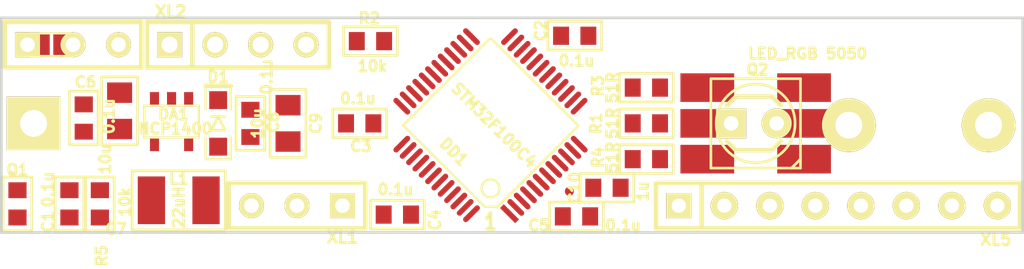
<source format=kicad_pcb>
(kicad_pcb (version 3) (host pcbnew "(2013-03-04 BZR 3984)-stable")

  (general
    (links 73)
    (no_connects 72)
    (area 94.349324 93.97146 152.550676 109.563273)
    (thickness 1.6)
    (drawings 8)
    (tracks 0)
    (zones 0)
    (modules 31)
    (nets 26)
  )

  (page A3)
  (layers
    (15 F.Cu signal)
    (0 B.Cu signal)
    (16 B.Adhes user)
    (17 F.Adhes user)
    (18 B.Paste user)
    (19 F.Paste user)
    (20 B.SilkS user)
    (21 F.SilkS user)
    (22 B.Mask user)
    (23 F.Mask user)
    (24 Dwgs.User user)
    (25 Cmts.User user)
    (26 Eco1.User user)
    (27 Eco2.User user)
    (28 Edge.Cuts user)
  )

  (setup
    (last_trace_width 0.2)
    (trace_clearance 0.2)
    (zone_clearance 0.508)
    (zone_45_only no)
    (trace_min 0.2)
    (segment_width 0.2)
    (edge_width 0.15)
    (via_size 0.9)
    (via_drill 0.4)
    (via_min_size 0.889)
    (via_min_drill 0.4)
    (uvia_size 0.508)
    (uvia_drill 0.127)
    (uvias_allowed no)
    (uvia_min_size 0.508)
    (uvia_min_drill 0.127)
    (pcb_text_width 0.3)
    (pcb_text_size 1 1)
    (mod_edge_width 0.15)
    (mod_text_size 1 1)
    (mod_text_width 0.15)
    (pad_size 1 1)
    (pad_drill 0.6)
    (pad_to_mask_clearance 0)
    (aux_axis_origin 0 0)
    (visible_elements 7FFFFFFF)
    (pcbplotparams
      (layerselection 3178497)
      (usegerberextensions true)
      (excludeedgelayer true)
      (linewidth 152400)
      (plotframeref false)
      (viasonmask false)
      (mode 1)
      (useauxorigin false)
      (hpglpennumber 1)
      (hpglpenspeed 20)
      (hpglpendiameter 15)
      (hpglpenoverlay 2)
      (psnegative false)
      (psa4output false)
      (plotreference true)
      (plotvalue true)
      (plotothertext true)
      (plotinvisibletext false)
      (padsonsilk false)
      (subtractmaskfromsilk false)
      (outputformat 1)
      (mirror false)
      (drillshape 1)
      (scaleselection 1)
      (outputdirectory ""))
  )

  (net 0 "")
  (net 1 +3.3V)
  (net 2 +BATT)
  (net 3 /2)
  (net 4 /3)
  (net 5 /4)
  (net 6 /5)
  (net 7 /6)
  (net 8 /7)
  (net 9 /8)
  (net 10 /BAT_IN)
  (net 11 /Lout)
  (net 12 /RX)
  (net 13 /SB_SWCLK)
  (net 14 /SB_SWDAT)
  (net 15 /TX)
  (net 16 GND)
  (net 17 N-0000020)
  (net 18 N-0000027)
  (net 19 N-0000028)
  (net 20 N-0000029)
  (net 21 N-0000030)
  (net 22 N-000004)
  (net 23 N-000006)
  (net 24 N-000007)
  (net 25 N-000008)

  (net_class Default "This is the default net class."
    (clearance 0.2)
    (trace_width 0.2)
    (via_dia 0.9)
    (via_drill 0.4)
    (uvia_dia 0.508)
    (uvia_drill 0.127)
    (add_net "")
    (add_net /2)
    (add_net /3)
    (add_net /4)
    (add_net /5)
    (add_net /6)
    (add_net /7)
    (add_net /8)
    (add_net /RX)
    (add_net /SB_SWCLK)
    (add_net /SB_SWDAT)
    (add_net /TX)
    (add_net N-0000020)
    (add_net N-0000027)
    (add_net N-0000028)
    (add_net N-0000029)
    (add_net N-0000030)
    (add_net N-000004)
    (add_net N-000006)
    (add_net N-000007)
    (add_net N-000008)
  )

  (net_class Wide ""
    (clearance 0.2)
    (trace_width 0.5)
    (via_dia 0.9)
    (via_drill 0.4)
    (uvia_dia 0.508)
    (uvia_drill 0.127)
    (add_net +3.3V)
    (add_net +BATT)
    (add_net /BAT_IN)
    (add_net /Lout)
    (add_net GND)
  )

  (module TESTPOINT_0_5MM (layer F.Cu) (tedit 518E1A90) (tstamp 518D0136)
    (at 126.7 104.7)
    (path /5102E827)
    (fp_text reference TP1 (at 0.1 0) (layer F.SilkS) hide
      (effects (font (size 0.635 0.635) (thickness 0.09906)))
    )
    (fp_text value TESTPOINT (at 0.2 0) (layer F.SilkS) hide
      (effects (font (size 0.635 0.635) (thickness 0.09906)))
    )
    (pad 1 smd circle (at 0 0) (size 0.50038 0.50038)
      (layers F.Cu F.Paste F.Mask)
      (net 23 N-000006)
    )
  )

  (module SOT23-5 (layer F.Cu) (tedit 518E1E98) (tstamp 518D0143)
    (at 104.5 100.8 180)
    (descr SOT23-5)
    (path /5102E878)
    (attr smd)
    (fp_text reference DA1 (at -0.1 0.4 180) (layer F.SilkS)
      (effects (font (size 0.6 0.6) (thickness 0.15)))
    )
    (fp_text value NCP1400 (at -0.2 -0.4 180) (layer F.SilkS)
      (effects (font (size 0.6 0.6) (thickness 0.15)))
    )
    (fp_line (start 1.524 -0.889) (end 1.524 0.889) (layer F.SilkS) (width 0.127))
    (fp_line (start 1.524 0.889) (end -1.524 0.889) (layer F.SilkS) (width 0.127))
    (fp_line (start -1.524 0.889) (end -1.524 -0.889) (layer F.SilkS) (width 0.127))
    (fp_line (start -1.524 -0.889) (end 1.524 -0.889) (layer F.SilkS) (width 0.127))
    (pad 1 smd rect (at -0.9525 1.27 180) (size 0.508 0.762)
      (layers F.Cu F.Paste F.Mask)
      (net 1 +3.3V)
    )
    (pad 3 smd rect (at 0.9525 1.27 180) (size 0.508 0.762)
      (layers F.Cu F.Paste F.Mask)
    )
    (pad 5 smd rect (at -0.9525 -1.27 180) (size 0.508 0.762)
      (layers F.Cu F.Paste F.Mask)
      (net 11 /Lout)
    )
    (pad 2 smd rect (at 0 1.27 180) (size 0.508 0.762)
      (layers F.Cu F.Paste F.Mask)
      (net 1 +3.3V)
    )
    (pad 4 smd rect (at 0.9525 -1.27 180) (size 0.508 0.762)
      (layers F.Cu F.Paste F.Mask)
      (net 16 GND)
    )
    (model 3d\sot23-5.wrl
      (at (xyz 0 0 0))
      (scale (xyz 1 1 1))
      (rotate (xyz 0 0 0))
    )
  )

  (module SMD0603_FUSE (layer F.Cu) (tedit 518E1D2A) (tstamp 518D014D)
    (at 97.8 96.5 180)
    (path /518BEE94)
    (attr smd)
    (fp_text reference F1 (at 0 0 180) (layer F.SilkS) hide
      (effects (font (size 0.6 0.6) (thickness 0.15)))
    )
    (fp_text value FUSE0R (at 0 1.1 180) (layer F.SilkS) hide
      (effects (font (size 0.7112 0.4572) (thickness 0.1143)))
    )
    (fp_line (start -1.143 -0.635) (end 1.143 -0.635) (layer F.SilkS) (width 0.127))
    (fp_line (start 1.143 -0.635) (end 1.143 0.635) (layer F.SilkS) (width 0.127))
    (fp_line (start 1.143 0.635) (end -1.143 0.635) (layer F.SilkS) (width 0.127))
    (fp_line (start -1.143 0.635) (end -1.143 -0.635) (layer F.SilkS) (width 0.127))
    (pad 1 smd rect (at -0.58928 0 180) (size 0.98044 1.143)
      (layers F.Cu F.Paste F.Mask)
      (net 10 /BAT_IN)
    )
    (pad 2 smd rect (at 0.58928 0 180) (size 0.98044 1.143)
      (layers F.Cu F.Paste F.Mask)
      (net 2 +BATT)
    )
    (model wings\smd\capacitors\C0603.wrl
      (at (xyz 0 0 0))
      (scale (xyz 1 1 1))
      (rotate (xyz 0 0 0))
    )
  )

  (module SIL1_SQUARE_1MM5 (layer F.Cu) (tedit 518E1CF3) (tstamp 518D0152)
    (at 96.8 100.9)
    (descr "Connecteurs 2 pins")
    (tags "CONN DEV")
    (path /4F2E5201)
    (fp_text reference XL3 (at 0 -1.778) (layer F.SilkS) hide
      (effects (font (size 0.14986 0.14986) (thickness 0.0381)))
    )
    (fp_text value CONN_1 (at -1.1 -0.1 90) (layer F.SilkS) hide
      (effects (font (size 0.635 0.635) (thickness 0.16002)))
    )
    (pad 1 thru_hole rect (at 0 0) (size 2.99974 2.99974) (drill 1.501139)
      (layers *.Cu *.Mask F.SilkS)
      (net 10 /BAT_IN)
    )
  )

  (module SIL1_ROUND_1MM5 (layer F.Cu) (tedit 4EBAEFCE) (tstamp 518D0157)
    (at 142.3 101)
    (descr "Connecteurs 2 pins")
    (tags "CONN DEV")
    (path /518BEF92)
    (fp_text reference XL6 (at 0 -1.778) (layer F.SilkS) hide
      (effects (font (size 0.14986 0.14986) (thickness 0.0381)))
    )
    (fp_text value CONN_1 (at 0 2.032) (layer F.SilkS) hide
      (effects (font (size 0.635 0.635) (thickness 0.16002)))
    )
    (pad 1 thru_hole circle (at 0 0) (size 2.99974 2.99974) (drill 1.501139)
      (layers *.Cu *.Mask F.SilkS)
      (net 16 GND)
    )
  )

  (module SIL1_ROUND_1MM5 (layer F.Cu) (tedit 4EBAEFCE) (tstamp 518D015C)
    (at 150.1 101)
    (descr "Connecteurs 2 pins")
    (tags "CONN DEV")
    (path /4F2E5204)
    (fp_text reference XL4 (at 0 -1.778) (layer F.SilkS) hide
      (effects (font (size 0.14986 0.14986) (thickness 0.0381)))
    )
    (fp_text value CONN_1 (at 0 2.032) (layer F.SilkS) hide
      (effects (font (size 0.635 0.635) (thickness 0.16002)))
    )
    (pad 1 thru_hole circle (at 0 0) (size 2.99974 2.99974) (drill 1.501139)
      (layers *.Cu *.Mask F.SilkS)
      (net 16 GND)
    )
  )

  (module SIL-8 (layer F.Cu) (tedit 4D38A33A) (tstamp 518D016D)
    (at 141.7 105.5 180)
    (descr "Connecteur 5 pins")
    (tags "CONN DEV")
    (path /518BC5F3)
    (fp_text reference XL5 (at -8.8011 -1.89992 180) (layer F.SilkS)
      (effects (font (size 0.635 0.635) (thickness 0.16002)))
    )
    (fp_text value CONN_8 (at 8.90016 -1.89992 180) (layer F.SilkS) hide
      (effects (font (size 0.635 0.635) (thickness 0.16002)))
    )
    (fp_line (start 7.62 -1.27) (end 7.62 1.27) (layer F.SilkS) (width 0.254))
    (fp_line (start 10.16 -1.27) (end -10.16 -1.27) (layer F.SilkS) (width 0.254))
    (fp_line (start -10.16 -1.27) (end -10.16 1.27) (layer F.SilkS) (width 0.254))
    (fp_line (start -10.16 1.27) (end 10.16 1.27) (layer F.SilkS) (width 0.254))
    (fp_line (start 10.16 1.27) (end 10.16 -1.27) (layer F.SilkS) (width 0.254))
    (pad 1 thru_hole rect (at 8.89 0) (size 1.397 1.397) (drill 0.8001)
      (layers *.Cu *.Mask F.SilkS)
      (net 16 GND)
    )
    (pad 2 thru_hole circle (at 6.35 0) (size 1.524 1.524) (drill 0.8001)
      (layers *.Cu *.Mask F.SilkS)
      (net 3 /2)
    )
    (pad 3 thru_hole circle (at 3.81 0) (size 1.524 1.524) (drill 0.8001)
      (layers *.Cu *.Mask F.SilkS)
      (net 4 /3)
    )
    (pad 4 thru_hole circle (at 1.27 0) (size 1.524 1.524) (drill 0.8001)
      (layers *.Cu *.Mask F.SilkS)
      (net 5 /4)
    )
    (pad 5 thru_hole circle (at -1.27 0) (size 1.524 1.524) (drill 0.8001)
      (layers *.Cu *.Mask F.SilkS)
      (net 6 /5)
    )
    (pad 6 thru_hole circle (at -3.81 0) (size 1.524 1.524) (drill 0.8001)
      (layers *.Cu *.Mask F.SilkS)
      (net 7 /6)
    )
    (pad 7 thru_hole circle (at -6.35 0) (size 1.524 1.524) (drill 0.8001)
      (layers *.Cu *.Mask F.SilkS)
      (net 8 /7)
    )
    (pad 8 thru_hole circle (at -8.89 0) (size 1.524 1.524) (drill 0.8001)
      (layers *.Cu *.Mask F.SilkS)
      (net 9 /8)
    )
  )

  (module SIL-4 (layer F.Cu) (tedit 4EBAF149) (tstamp 518D017A)
    (at 108.2 96.5)
    (descr "Single-line connector 4-pin")
    (path /5102DCE1)
    (fp_text reference XL2 (at -3.74904 -1.84912) (layer F.SilkS)
      (effects (font (size 0.635 0.635) (thickness 0.16002)))
    )
    (fp_text value ST_SWD (at 3.59918 -1.84912) (layer F.SilkS) hide
      (effects (font (size 0.635 0.635) (thickness 0.16002)))
    )
    (fp_line (start -2.54 -1.27) (end -2.54 1.27) (layer F.SilkS) (width 0.254))
    (fp_line (start -5.08 -1.27) (end 5.08 -1.27) (layer F.SilkS) (width 0.254))
    (fp_line (start 5.08 -1.27) (end 5.08 1.27) (layer F.SilkS) (width 0.254))
    (fp_line (start 5.08 1.27) (end -5.08 1.27) (layer F.SilkS) (width 0.254))
    (fp_line (start -5.08 1.27) (end -5.08 -1.27) (layer F.SilkS) (width 0.254))
    (pad 1 thru_hole rect (at -3.81 0) (size 1.39954 1.39954) (drill 0.899159)
      (layers *.Cu *.Mask F.SilkS)
      (net 1 +3.3V)
    )
    (pad 2 thru_hole circle (at -1.27 0) (size 1.39954 1.39954) (drill 0.899159)
      (layers *.Cu *.Mask F.SilkS)
      (net 13 /SB_SWCLK)
    )
    (pad 3 thru_hole circle (at 1.27 0) (size 1.39954 1.39954) (drill 0.899159)
      (layers *.Cu *.Mask F.SilkS)
      (net 16 GND)
    )
    (pad 4 thru_hole circle (at 3.81 0) (size 1.39954 1.39954) (drill 0.899159)
      (layers *.Cu *.Mask F.SilkS)
      (net 14 /SB_SWDAT)
    )
  )

  (module SIL-3 (layer F.Cu) (tedit 4D35A701) (tstamp 518D0185)
    (at 111.5 105.5 180)
    (descr "Connector 3-pin")
    (path /5102E2EE)
    (fp_text reference XL1 (at -2.54 -1.778 180) (layer F.SilkS)
      (effects (font (size 0.635 0.635) (thickness 0.16002)))
    )
    (fp_text value CONN_3 (at 2.286 -1.778 180) (layer F.SilkS) hide
      (effects (font (size 0.635 0.635) (thickness 0.16002)))
    )
    (fp_line (start -3.81 -1.27) (end 3.81 -1.27) (layer F.SilkS) (width 0.254))
    (fp_line (start 3.81 -1.27) (end 3.81 1.27) (layer F.SilkS) (width 0.254))
    (fp_line (start 3.81 1.27) (end -3.81 1.27) (layer F.SilkS) (width 0.254))
    (fp_line (start -3.81 1.27) (end -3.81 -1.27) (layer F.SilkS) (width 0.254))
    (pad 1 thru_hole rect (at -2.54 0 180) (size 1.397 1.397) (drill 0.812799)
      (layers *.Cu *.Mask F.SilkS)
      (net 12 /RX)
    )
    (pad 2 thru_hole circle (at 0 0 180) (size 1.397 1.397) (drill 0.812799)
      (layers *.Cu *.Mask F.SilkS)
      (net 15 /TX)
    )
    (pad 3 thru_hole circle (at 2.54 0 180) (size 1.397 1.397) (drill 0.812799)
      (layers *.Cu *.Mask F.SilkS)
      (net 16 GND)
    )
  )

  (module SIL-3 (layer F.Cu) (tedit 518E1BF3) (tstamp 518D0BE1)
    (at 99 96.5)
    (descr "Connector 3-pin")
    (path /518BED9C)
    (fp_text reference SW1 (at -2.54 -1.778) (layer F.SilkS) hide
      (effects (font (size 0.635 0.635) (thickness 0.15875)))
    )
    (fp_text value SWITCH (at 2.286 -1.778) (layer F.SilkS) hide
      (effects (font (size 0.635 0.635) (thickness 0.16002)))
    )
    (fp_line (start -3.81 -1.27) (end 3.81 -1.27) (layer F.SilkS) (width 0.254))
    (fp_line (start 3.81 -1.27) (end 3.81 1.27) (layer F.SilkS) (width 0.254))
    (fp_line (start 3.81 1.27) (end -3.81 1.27) (layer F.SilkS) (width 0.254))
    (fp_line (start -3.81 1.27) (end -3.81 -1.27) (layer F.SilkS) (width 0.254))
    (pad 1 thru_hole rect (at -2.54 0) (size 1.397 1.397) (drill 0.812799)
      (layers *.Cu *.Mask F.SilkS)
      (net 10 /BAT_IN)
    )
    (pad 2 thru_hole circle (at 0 0) (size 1.397 1.397) (drill 0.812799)
      (layers *.Cu *.Mask F.SilkS)
      (net 2 +BATT)
    )
    (pad 3 thru_hole circle (at 2.54 0) (size 1.397 1.397) (drill 0.812799)
      (layers *.Cu *.Mask F.SilkS)
    )
  )

  (module RES_0603 (layer F.Cu) (tedit 518E1B2B) (tstamp 518D019B)
    (at 131 100.9)
    (path /5102DF0F)
    (attr smd)
    (fp_text reference R1 (at -2.8 0 90) (layer F.SilkS)
      (effects (font (size 0.6 0.6) (thickness 0.15)))
    )
    (fp_text value 51R (at -1.9 0 90) (layer F.SilkS)
      (effects (font (size 0.6 0.6) (thickness 0.15)))
    )
    (fp_line (start -1.5 0) (end -1.5 -0.8) (layer F.SilkS) (width 0.15))
    (fp_line (start -1.5 -0.8) (end 1.5 -0.8) (layer F.SilkS) (width 0.15))
    (fp_line (start 1.5 -0.8) (end 1.5 0.8) (layer F.SilkS) (width 0.15))
    (fp_line (start 1.5 0.8) (end -1.5 0.8) (layer F.SilkS) (width 0.15))
    (fp_line (start -1.5 0.8) (end -1.5 0) (layer F.SilkS) (width 0.15))
    (pad 1 smd rect (at -0.762 0) (size 0.889 1.016)
      (layers F.Cu F.Paste F.Mask)
      (net 18 N-0000027)
    )
    (pad 2 smd rect (at 0.762 0) (size 0.889 1.016)
      (layers F.Cu F.Paste F.Mask)
      (net 20 N-0000029)
    )
    (model 3d\r_0603.wrl
      (at (xyz 0 0 0))
      (scale (xyz 1 1 1))
      (rotate (xyz 0 0 0))
    )
  )

  (module RES_0603 (layer F.Cu) (tedit 518CEC2B) (tstamp 518D01A6)
    (at 115.6 96.3)
    (path /518BC2F7)
    (attr smd)
    (fp_text reference R2 (at -0.0635 -1.27) (layer F.SilkS)
      (effects (font (size 0.6 0.6) (thickness 0.15)))
    )
    (fp_text value 10k (at 0.09906 1.39954) (layer F.SilkS)
      (effects (font (size 0.6 0.6) (thickness 0.15)))
    )
    (fp_line (start -1.5 0) (end -1.5 -0.8) (layer F.SilkS) (width 0.15))
    (fp_line (start -1.5 -0.8) (end 1.5 -0.8) (layer F.SilkS) (width 0.15))
    (fp_line (start 1.5 -0.8) (end 1.5 0.8) (layer F.SilkS) (width 0.15))
    (fp_line (start 1.5 0.8) (end -1.5 0.8) (layer F.SilkS) (width 0.15))
    (fp_line (start -1.5 0.8) (end -1.5 0) (layer F.SilkS) (width 0.15))
    (pad 1 smd rect (at -0.762 0) (size 0.889 1.016)
      (layers F.Cu F.Paste F.Mask)
      (net 2 +BATT)
    )
    (pad 2 smd rect (at 0.762 0) (size 0.889 1.016)
      (layers F.Cu F.Paste F.Mask)
      (net 22 N-000004)
    )
    (model 3d\r_0603.wrl
      (at (xyz 0 0 0))
      (scale (xyz 1 1 1))
      (rotate (xyz 0 0 0))
    )
  )

  (module RES_0603 (layer F.Cu) (tedit 518E1B2F) (tstamp 518D01B1)
    (at 131 98.9)
    (path /5102DF2B)
    (attr smd)
    (fp_text reference R3 (at -2.7 -0.1 90) (layer F.SilkS)
      (effects (font (size 0.6 0.6) (thickness 0.15)))
    )
    (fp_text value 51R (at -1.9 0 90) (layer F.SilkS)
      (effects (font (size 0.6 0.6) (thickness 0.15)))
    )
    (fp_line (start -1.5 0) (end -1.5 -0.8) (layer F.SilkS) (width 0.15))
    (fp_line (start -1.5 -0.8) (end 1.5 -0.8) (layer F.SilkS) (width 0.15))
    (fp_line (start 1.5 -0.8) (end 1.5 0.8) (layer F.SilkS) (width 0.15))
    (fp_line (start 1.5 0.8) (end -1.5 0.8) (layer F.SilkS) (width 0.15))
    (fp_line (start -1.5 0.8) (end -1.5 0) (layer F.SilkS) (width 0.15))
    (pad 1 smd rect (at -0.762 0) (size 0.889 1.016)
      (layers F.Cu F.Paste F.Mask)
      (net 17 N-0000020)
    )
    (pad 2 smd rect (at 0.762 0) (size 0.889 1.016)
      (layers F.Cu F.Paste F.Mask)
      (net 21 N-0000030)
    )
    (model 3d\r_0603.wrl
      (at (xyz 0 0 0))
      (scale (xyz 1 1 1))
      (rotate (xyz 0 0 0))
    )
  )

  (module RES_0603 (layer F.Cu) (tedit 518E1B31) (tstamp 518D01BC)
    (at 131 102.9)
    (path /5102DF36)
    (attr smd)
    (fp_text reference R4 (at -2.7 -0.1 90) (layer F.SilkS)
      (effects (font (size 0.6 0.6) (thickness 0.15)))
    )
    (fp_text value 51R (at -1.9 -0.1 90) (layer F.SilkS)
      (effects (font (size 0.6 0.6) (thickness 0.15)))
    )
    (fp_line (start -1.5 0) (end -1.5 -0.8) (layer F.SilkS) (width 0.15))
    (fp_line (start -1.5 -0.8) (end 1.5 -0.8) (layer F.SilkS) (width 0.15))
    (fp_line (start 1.5 -0.8) (end 1.5 0.8) (layer F.SilkS) (width 0.15))
    (fp_line (start 1.5 0.8) (end -1.5 0.8) (layer F.SilkS) (width 0.15))
    (fp_line (start -1.5 0.8) (end -1.5 0) (layer F.SilkS) (width 0.15))
    (pad 1 smd rect (at -0.762 0) (size 0.889 1.016)
      (layers F.Cu F.Paste F.Mask)
      (net 19 N-0000028)
    )
    (pad 2 smd rect (at 0.762 0) (size 0.889 1.016)
      (layers F.Cu F.Paste F.Mask)
      (net 25 N-000008)
    )
    (model 3d\r_0603.wrl
      (at (xyz 0 0 0))
      (scale (xyz 1 1 1))
      (rotate (xyz 0 0 0))
    )
  )

  (module RES_0603 (layer F.Cu) (tedit 518E1D6E) (tstamp 518D01C7)
    (at 95.9 105.4 270)
    (path /5102E147)
    (attr smd)
    (fp_text reference Q1 (at -1.9 0 360) (layer F.SilkS)
      (effects (font (size 0.6 0.6) (thickness 0.15)))
    )
    (fp_text value ALS-PT19-315C (at 0.09906 1.39954 270) (layer F.SilkS) hide
      (effects (font (size 0.6 0.6) (thickness 0.15)))
    )
    (fp_line (start -1.5 0) (end -1.5 -0.8) (layer F.SilkS) (width 0.15))
    (fp_line (start -1.5 -0.8) (end 1.5 -0.8) (layer F.SilkS) (width 0.15))
    (fp_line (start 1.5 -0.8) (end 1.5 0.8) (layer F.SilkS) (width 0.15))
    (fp_line (start 1.5 0.8) (end -1.5 0.8) (layer F.SilkS) (width 0.15))
    (fp_line (start -1.5 0.8) (end -1.5 0) (layer F.SilkS) (width 0.15))
    (pad 1 smd rect (at -0.762 0 270) (size 0.889 1.016)
      (layers F.Cu F.Paste F.Mask)
      (net 1 +3.3V)
    )
    (pad 2 smd rect (at 0.762 0 270) (size 0.889 1.016)
      (layers F.Cu F.Paste F.Mask)
      (net 24 N-000007)
    )
    (model 3d\r_0603.wrl
      (at (xyz 0 0 0))
      (scale (xyz 1 1 1))
      (rotate (xyz 0 0 0))
    )
  )

  (module RES_0603 (layer F.Cu) (tedit 518E1D5A) (tstamp 518D01D2)
    (at 100.5 105.4 90)
    (path /5102E173)
    (attr smd)
    (fp_text reference R5 (at -2.9 0.1 90) (layer F.SilkS)
      (effects (font (size 0.6 0.6) (thickness 0.15)))
    )
    (fp_text value 10k (at 0.09906 1.39954 90) (layer F.SilkS)
      (effects (font (size 0.6 0.6) (thickness 0.15)))
    )
    (fp_line (start -1.5 0) (end -1.5 -0.8) (layer F.SilkS) (width 0.15))
    (fp_line (start -1.5 -0.8) (end 1.5 -0.8) (layer F.SilkS) (width 0.15))
    (fp_line (start 1.5 -0.8) (end 1.5 0.8) (layer F.SilkS) (width 0.15))
    (fp_line (start 1.5 0.8) (end -1.5 0.8) (layer F.SilkS) (width 0.15))
    (fp_line (start -1.5 0.8) (end -1.5 0) (layer F.SilkS) (width 0.15))
    (pad 1 smd rect (at -0.762 0 90) (size 0.889 1.016)
      (layers F.Cu F.Paste F.Mask)
      (net 24 N-000007)
    )
    (pad 2 smd rect (at 0.762 0 90) (size 0.889 1.016)
      (layers F.Cu F.Paste F.Mask)
      (net 16 GND)
    )
    (model 3d\r_0603.wrl
      (at (xyz 0 0 0))
      (scale (xyz 1 1 1))
      (rotate (xyz 0 0 0))
    )
  )

  (module LQFP48 (layer F.Cu) (tedit 518E1CAC) (tstamp 518D020C)
    (at 122.3 101 135)
    (path /518BB5F0)
    (fp_text reference DD1 (at 0.39878 -2.49936 135) (layer F.SilkS)
      (effects (font (size 0.59944 0.59944) (thickness 0.14986)))
    )
    (fp_text value STM32F100C4 (at -0.141421 0.141421 135) (layer F.SilkS)
      (effects (font (size 0.59944 0.59944) (thickness 0.14986)))
    )
    (fp_line (start 3.39852 3.44932) (end -3.50012 3.44932) (layer F.SilkS) (width 0.127))
    (fp_line (start -3.50012 3.44932) (end -3.50012 -2.99974) (layer F.SilkS) (width 0.127))
    (fp_line (start -3.44932 -2.99974) (end -2.99974 -3.44932) (layer F.SilkS) (width 0.127))
    (fp_line (start -2.99974 -3.44932) (end 3.44932 -3.44932) (layer F.SilkS) (width 0.127))
    (fp_line (start 3.44932 -3.44932) (end 3.44932 3.40106) (layer F.SilkS) (width 0.127))
    (fp_circle (center -2.49936 -2.49936) (end -1.99898 -2.49936) (layer F.SilkS) (width 0.127))
    (pad 1 smd rect (at -4.24942 -2.75082 135) (size 1.19888 0.29972)
      (layers F.Cu F.Paste F.Mask)
      (net 1 +3.3V)
    )
    (pad 2 smd oval (at -4.24942 -2.25298 135) (size 1.19888 0.29972)
      (layers F.Cu F.Paste F.Mask)
    )
    (pad 3 smd oval (at -4.24942 -1.7526 135) (size 1.19888 0.29972)
      (layers F.Cu F.Paste F.Mask)
    )
    (pad 4 smd oval (at -4.24942 -1.25222 135) (size 1.19888 0.29972)
      (layers F.Cu F.Paste F.Mask)
    )
    (pad 5 smd oval (at -4.24942 -0.75184 135) (size 1.19888 0.29972)
      (layers F.Cu F.Paste F.Mask)
    )
    (pad 6 smd oval (at -4.24942 -0.25146 135) (size 1.19888 0.29972)
      (layers F.Cu F.Paste F.Mask)
    )
    (pad 7 smd oval (at -4.24942 0.24892 135) (size 1.19888 0.29972)
      (layers F.Cu F.Paste F.Mask)
      (net 23 N-000006)
    )
    (pad 8 smd oval (at -4.24942 0.7493 135) (size 1.19888 0.29972)
      (layers F.Cu F.Paste F.Mask)
      (net 16 GND)
    )
    (pad 9 smd oval (at -4.24942 1.24714 135) (size 1.19888 0.29972)
      (layers F.Cu F.Paste F.Mask)
      (net 1 +3.3V)
    )
    (pad 10 smd oval (at -4.24942 1.74752 135) (size 1.19888 0.29972)
      (layers F.Cu F.Paste F.Mask)
    )
    (pad 11 smd oval (at -4.24942 2.2479 135) (size 1.19888 0.29972)
      (layers F.Cu F.Paste F.Mask)
      (net 19 N-0000028)
    )
    (pad 12 smd oval (at -4.25196 2.74828 135) (size 1.19888 0.29972)
      (layers F.Cu F.Paste F.Mask)
      (net 18 N-0000027)
    )
    (pad 13 smd oval (at -2.74574 4.24942 225) (size 1.19888 0.29972)
      (layers F.Cu F.Paste F.Mask)
      (net 17 N-0000020)
    )
    (pad 14 smd oval (at -2.2479 4.24942 225) (size 1.19888 0.29972)
      (layers F.Cu F.Paste F.Mask)
      (net 6 /5)
    )
    (pad 15 smd oval (at -1.74752 4.24942 225) (size 1.19888 0.29972)
      (layers F.Cu F.Paste F.Mask)
      (net 7 /6)
    )
    (pad 16 smd oval (at -1.24714 4.24942 225) (size 1.19888 0.29972)
      (layers F.Cu F.Paste F.Mask)
      (net 8 /7)
    )
    (pad 17 smd oval (at -0.74676 4.24942 225) (size 1.19888 0.29972)
      (layers F.Cu F.Paste F.Mask)
      (net 9 /8)
    )
    (pad 18 smd oval (at -0.24638 4.24942 225) (size 1.19888 0.29972)
      (layers F.Cu F.Paste F.Mask)
      (net 22 N-000004)
    )
    (pad 19 smd oval (at 0.254 4.24942 225) (size 1.19888 0.29972)
      (layers F.Cu F.Paste F.Mask)
      (net 24 N-000007)
    )
    (pad 20 smd oval (at 0.75184 4.24942 225) (size 1.19888 0.29972)
      (layers F.Cu F.Paste F.Mask)
    )
    (pad 21 smd oval (at 1.25222 4.24942 225) (size 1.19888 0.29972)
      (layers F.Cu F.Paste F.Mask)
    )
    (pad 22 smd oval (at 1.7526 4.24942 225) (size 1.19888 0.29972)
      (layers F.Cu F.Paste F.Mask)
    )
    (pad 23 smd oval (at 2.25044 4.24942 225) (size 1.19888 0.29972)
      (layers F.Cu F.Paste F.Mask)
      (net 16 GND)
    )
    (pad 24 smd oval (at 2.75082 4.24942 225) (size 1.19888 0.29972)
      (layers F.Cu F.Paste F.Mask)
      (net 1 +3.3V)
    )
    (pad 25 smd oval (at 4.25196 2.75082 135) (size 1.19888 0.29972)
      (layers F.Cu F.Paste F.Mask)
    )
    (pad 26 smd oval (at 4.25196 2.25044 135) (size 1.19888 0.29972)
      (layers F.Cu F.Paste F.Mask)
    )
    (pad 27 smd oval (at 4.25196 1.75006 135) (size 1.19888 0.29972)
      (layers F.Cu F.Paste F.Mask)
    )
    (pad 28 smd oval (at 4.25196 1.24968 135) (size 1.19888 0.29972)
      (layers F.Cu F.Paste F.Mask)
    )
    (pad 29 smd oval (at 4.25196 0.7493 135) (size 1.19888 0.29972)
      (layers F.Cu F.Paste F.Mask)
    )
    (pad 30 smd oval (at 4.25196 0.24892 135) (size 1.19888 0.29972)
      (layers F.Cu F.Paste F.Mask)
      (net 15 /TX)
    )
    (pad 31 smd oval (at 4.25196 -0.25146 135) (size 1.19888 0.29972)
      (layers F.Cu F.Paste F.Mask)
      (net 12 /RX)
    )
    (pad 32 smd oval (at 4.25196 -0.7493 135) (size 1.19888 0.29972)
      (layers F.Cu F.Paste F.Mask)
    )
    (pad 33 smd oval (at 4.25196 -1.24968 135) (size 1.19888 0.29972)
      (layers F.Cu F.Paste F.Mask)
    )
    (pad 34 smd oval (at 4.25196 -1.75006 135) (size 1.19888 0.29972)
      (layers F.Cu F.Paste F.Mask)
      (net 14 /SB_SWDAT)
    )
    (pad 35 smd oval (at 4.25196 -2.25044 135) (size 1.19888 0.29972)
      (layers F.Cu F.Paste F.Mask)
      (net 16 GND)
    )
    (pad 36 smd oval (at 4.25196 -2.75082 135) (size 1.19888 0.29972)
      (layers F.Cu F.Paste F.Mask)
      (net 1 +3.3V)
    )
    (pad 37 smd oval (at 2.75082 -4.24942 225) (size 1.19888 0.29972)
      (layers F.Cu F.Paste F.Mask)
      (net 13 /SB_SWCLK)
    )
    (pad 38 smd oval (at 2.25044 -4.24942 225) (size 1.19888 0.29972)
      (layers F.Cu F.Paste F.Mask)
    )
    (pad 39 smd oval (at 1.75006 -4.24942 225) (size 1.19888 0.29972)
      (layers F.Cu F.Paste F.Mask)
      (net 5 /4)
    )
    (pad 40 smd oval (at 1.24968 -4.24942 225) (size 1.19888 0.29972)
      (layers F.Cu F.Paste F.Mask)
    )
    (pad 41 smd oval (at 0.7493 -4.24942 225) (size 1.19888 0.29972)
      (layers F.Cu F.Paste F.Mask)
    )
    (pad 42 smd oval (at 0.24892 -4.24942 225) (size 1.19888 0.29972)
      (layers F.Cu F.Paste F.Mask)
      (net 4 /3)
    )
    (pad 43 smd oval (at -0.24892 -4.24942 225) (size 1.19888 0.29972)
      (layers F.Cu F.Paste F.Mask)
      (net 3 /2)
    )
    (pad 44 smd oval (at -0.7493 -4.24942 225) (size 1.19888 0.29972)
      (layers F.Cu F.Paste F.Mask)
      (net 16 GND)
    )
    (pad 45 smd oval (at -1.24968 -4.24942 225) (size 1.19888 0.29972)
      (layers F.Cu F.Paste F.Mask)
    )
    (pad 46 smd oval (at -1.75006 -4.24942 225) (size 1.19888 0.29972)
      (layers F.Cu F.Paste F.Mask)
    )
    (pad 47 smd oval (at -2.25044 -4.24942 225) (size 1.19888 0.29972)
      (layers F.Cu F.Paste F.Mask)
      (net 16 GND)
    )
    (pad 48 smd oval (at -2.75082 -4.24942 225) (size 1.19888 0.29972)
      (layers F.Cu F.Paste F.Mask)
      (net 1 +3.3V)
    )
    (model 3d\lqfp-48.wrl
      (at (xyz 0 0 0))
      (scale (xyz 1 1 1))
      (rotate (xyz 0 0 90))
    )
  )

  (module LED_HH5050_RGB (layer F.Cu) (tedit 518E1B3F) (tstamp 518D021C)
    (at 137.1 100.9)
    (path /5102DF8B)
    (fp_text reference Q2 (at 0.1 -3) (layer F.SilkS)
      (effects (font (size 0.59944 0.59944) (thickness 0.14986)))
    )
    (fp_text value "LED_RGB 5050" (at 2.9 -3.9) (layer F.SilkS)
      (effects (font (size 0.59944 0.59944) (thickness 0.14986)))
    )
    (fp_line (start 2.49936 1.99898) (end 1.99898 2.49936) (layer F.SilkS) (width 0.14986))
    (fp_circle (center 0 0) (end 0 2.19964) (layer F.SilkS) (width 0.14986))
    (fp_line (start 2.49936 -2.49936) (end 2.49936 2.49936) (layer F.SilkS) (width 0.14986))
    (fp_line (start 2.49936 2.49936) (end -2.49936 2.49936) (layer F.SilkS) (width 0.14986))
    (fp_line (start -2.49936 2.49936) (end -2.49936 -2.49936) (layer F.SilkS) (width 0.14986))
    (fp_line (start -2.49936 -2.49936) (end 2.49936 -2.49936) (layer F.SilkS) (width 0.14986))
    (pad GC smd rect (at 2.70002 -1.99898) (size 2.99974 1.6002)
      (layers F.Cu F.Paste F.Mask)
      (net 16 GND)
    )
    (pad RC smd rect (at 2.70002 0) (size 2.99974 1.6002)
      (layers F.Cu F.Paste F.Mask)
      (net 16 GND)
    )
    (pad BC smd rect (at 2.70002 1.99898) (size 2.99974 1.6002)
      (layers F.Cu F.Paste F.Mask)
      (net 16 GND)
    )
    (pad GA smd rect (at -2.70002 -1.99898) (size 2.99974 1.6002)
      (layers F.Cu F.Paste F.Mask)
      (net 21 N-0000030)
    )
    (pad RA smd rect (at -2.70002 0) (size 2.99974 1.6002)
      (layers F.Cu F.Paste F.Mask)
      (net 20 N-0000029)
    )
    (pad BA smd rect (at -2.70002 1.99898) (size 2.99974 1.6002)
      (layers F.Cu F.Paste F.Mask)
      (net 25 N-000008)
    )
  )

  (module LED-3MM (layer F.Cu) (tedit 4D39897F) (tstamp 518D0228)
    (at 137 100.9)
    (descr "LED 3mm - Lead pitch 100mil (2,54mm)")
    (tags "LED led 3mm 3MM 100mil 2,54mm")
    (path /518BEB75)
    (attr virtual)
    (fp_text reference D2 (at 0 -1.99898) (layer F.SilkS) hide
      (effects (font (size 0.127 0.127) (thickness 0.00254)))
    )
    (fp_text value LED (at 0 1.99898) (layer F.SilkS) hide
      (effects (font (size 0.127 0.127) (thickness 0.00254)))
    )
    (fp_line (start -1.00076 1.50114) (end 1.00076 1.50114) (layer F.SilkS) (width 0.254))
    (fp_line (start 1.00076 1.50114) (end 1.50114 1.00076) (layer F.SilkS) (width 0.254))
    (fp_line (start -1.50114 1.00076) (end -1.00076 1.50114) (layer F.SilkS) (width 0.254))
    (fp_line (start 1.50114 -1.00076) (end 1.00076 -1.50114) (layer F.SilkS) (width 0.254))
    (fp_line (start 1.00076 -1.50114) (end -1.00076 -1.50114) (layer F.SilkS) (width 0.254))
    (fp_line (start -1.00076 -1.50114) (end -1.50114 -1.00076) (layer F.SilkS) (width 0.254))
    (pad A thru_hole rect (at -1.27 0) (size 1.6764 1.6764) (drill 0.812799)
      (layers *.Cu *.Mask F.SilkS)
      (net 20 N-0000029)
    )
    (pad C thru_hole circle (at 1.27 0) (size 1.6764 1.6764) (drill 0.812799)
      (layers *.Cu *.Mask F.SilkS)
      (net 16 GND)
    )
    (model 3d\Indicatros&Leds\led_3mm_clear.wrl
      (at (xyz 0 0 0))
      (scale (xyz 1 1 1))
      (rotate (xyz 0 0 0))
    )
  )

  (module IND_1210 (layer F.Cu) (tedit 518E1FA5) (tstamp 518D0233)
    (at 104.9 105.2 180)
    (path /5102E873)
    (attr smd)
    (fp_text reference L1 (at 0 1.2 180) (layer F.SilkS)
      (effects (font (size 0.6 0.6) (thickness 0.15)))
    )
    (fp_text value 22uH (at 0 -0.4 270) (layer F.SilkS)
      (effects (font (size 0.6 0.6) (thickness 0.15)))
    )
    (fp_line (start -2.6 0) (end -2.6 -1.65) (layer F.SilkS) (width 0.15))
    (fp_line (start -2.6 -1.65) (end 2.6 -1.65) (layer F.SilkS) (width 0.15))
    (fp_line (start 2.6 -1.65) (end 2.6 1.65) (layer F.SilkS) (width 0.15))
    (fp_line (start 2.6 1.65) (end -2.6 1.65) (layer F.SilkS) (width 0.15))
    (fp_line (start -2.6 1.65) (end -2.6 -0.2) (layer F.SilkS) (width 0.15))
    (pad 1 smd rect (at -1.524 0 180) (size 1.524 2.667)
      (layers F.Cu F.Paste F.Mask)
      (net 11 /Lout)
    )
    (pad 2 smd rect (at 1.524 0 180) (size 1.524 2.667)
      (layers F.Cu F.Paste F.Mask)
      (net 2 +BATT)
    )
    (model 3d\r_0805.wrl
      (at (xyz 0 0 0))
      (scale (xyz 1 1 1))
      (rotate (xyz 0 0 0))
    )
  )

  (module DIODE_SOD323 (layer F.Cu) (tedit 518E1F9B) (tstamp 518D0246)
    (at 107.1 100.9 270)
    (path /5102E871)
    (attr smd)
    (fp_text reference D1 (at -2.6 0 360) (layer F.SilkS)
      (effects (font (size 0.59944 0.59944) (thickness 0.14986)))
    )
    (fp_text value BAT54WS (at -0.1 -0.1 270) (layer F.SilkS) hide
      (effects (font (size 0.59944 0.59944) (thickness 0.14986)))
    )
    (fp_line (start -0.381 0.381) (end -0.381 -0.381) (layer F.SilkS) (width 0.14986))
    (fp_line (start 0.381 0) (end 0.381 -0.381) (layer F.SilkS) (width 0.14986))
    (fp_line (start 0.381 -0.381) (end -0.381 0) (layer F.SilkS) (width 0.14986))
    (fp_line (start -0.381 0) (end 0.381 0.381) (layer F.SilkS) (width 0.14986))
    (fp_line (start 0.381 0.381) (end 0.381 0) (layer F.SilkS) (width 0.14986))
    (fp_line (start -1.99898 -0.70104) (end -2.10058 -0.70104) (layer F.SilkS) (width 0.127))
    (fp_line (start -2.10058 -0.70104) (end -2.10058 0.70104) (layer F.SilkS) (width 0.254))
    (fp_line (start -2.10058 0.70104) (end -1.99898 0.70104) (layer F.SilkS) (width 0.127))
    (fp_line (start -0.8001 -0.70104) (end -1.99898 -0.70104) (layer F.SilkS) (width 0.127))
    (fp_line (start -1.99898 0.70104) (end -0.8001 0.70104) (layer F.SilkS) (width 0.127))
    (fp_line (start 0.8001 -0.70104) (end 1.99898 -0.70104) (layer F.SilkS) (width 0.127))
    (fp_line (start 1.99898 -0.70104) (end 1.99898 0.70104) (layer F.SilkS) (width 0.127))
    (fp_line (start 1.99898 0.70104) (end 0.8001 0.70104) (layer F.SilkS) (width 0.127))
    (pad C smd rect (at -1.30048 0 270) (size 1.00076 1.00076)
      (layers F.Cu F.Paste F.Mask)
      (net 1 +3.3V)
    )
    (pad A smd rect (at 1.30048 0 270) (size 1.00076 1.00076)
      (layers F.Cu F.Paste F.Mask)
      (net 11 /Lout)
    )
    (model smd/chip_cms.wrl
      (at (xyz 0 0 0))
      (scale (xyz 0.17 0.16 0.16))
      (rotate (xyz 0 0 0))
    )
  )

  (module CAP_0805 (layer F.Cu) (tedit 518E1D99) (tstamp 518D0250)
    (at 101.6 100.2 90)
    (path /5102E876)
    (attr smd)
    (fp_text reference C7 (at -6.6 -0.2 180) (layer F.SilkS)
      (effects (font (size 0.6 0.6) (thickness 0.15)))
    )
    (fp_text value 10u (at -2.7 -0.8 90) (layer F.SilkS)
      (effects (font (size 0.6 0.6) (thickness 0.15)))
    )
    (fp_line (start -1.9 -1) (end 1.9 -1) (layer F.SilkS) (width 0.15))
    (fp_line (start 1.9 -1) (end 1.9 1) (layer F.SilkS) (width 0.15))
    (fp_line (start 1.9 1) (end -1.9 1) (layer F.SilkS) (width 0.15))
    (fp_line (start -1.9 1) (end -1.9 -1) (layer F.SilkS) (width 0.15))
    (pad 1 smd rect (at -1.016 0 90) (size 1.143 1.397)
      (layers F.Cu F.Paste F.Mask)
      (net 2 +BATT)
    )
    (pad 2 smd rect (at 1.016 0 90) (size 1.143 1.397)
      (layers F.Cu F.Paste F.Mask)
      (net 16 GND)
    )
    (model 3d\c_0805.wrl
      (at (xyz 0 0 0))
      (scale (xyz 1 1 1))
      (rotate (xyz 0 0 0))
    )
  )

  (module CAP_0805 (layer F.Cu) (tedit 518CED6F) (tstamp 518D025A)
    (at 111 100.9 270)
    (path /5102E86E)
    (attr smd)
    (fp_text reference C9 (at 0 -1.55 270) (layer F.SilkS)
      (effects (font (size 0.6 0.6) (thickness 0.15)))
    )
    (fp_text value 10u (at 0 1.69926 270) (layer F.SilkS)
      (effects (font (size 0.6 0.6) (thickness 0.15)))
    )
    (fp_line (start -1.9 -1) (end 1.9 -1) (layer F.SilkS) (width 0.15))
    (fp_line (start 1.9 -1) (end 1.9 1) (layer F.SilkS) (width 0.15))
    (fp_line (start 1.9 1) (end -1.9 1) (layer F.SilkS) (width 0.15))
    (fp_line (start -1.9 1) (end -1.9 -1) (layer F.SilkS) (width 0.15))
    (pad 1 smd rect (at -1.016 0 270) (size 1.143 1.397)
      (layers F.Cu F.Paste F.Mask)
      (net 1 +3.3V)
    )
    (pad 2 smd rect (at 1.016 0 270) (size 1.143 1.397)
      (layers F.Cu F.Paste F.Mask)
      (net 16 GND)
    )
    (model 3d\c_0805.wrl
      (at (xyz 0 0 0))
      (scale (xyz 1 1 1))
      (rotate (xyz 0 0 0))
    )
  )

  (module CAP_0603 (layer F.Cu) (tedit 518E1D36) (tstamp 518D0265)
    (at 99.6 100.6 90)
    (path /5102E877)
    (attr smd)
    (fp_text reference C6 (at 2 0.1 180) (layer F.SilkS)
      (effects (font (size 0.6 0.6) (thickness 0.15)))
    )
    (fp_text value 0.1u (at 0.09906 1.39954 90) (layer F.SilkS)
      (effects (font (size 0.6 0.6) (thickness 0.15)))
    )
    (fp_line (start -1.5 0) (end -1.5 -0.8) (layer F.SilkS) (width 0.15))
    (fp_line (start -1.5 -0.8) (end 1.5 -0.8) (layer F.SilkS) (width 0.15))
    (fp_line (start 1.5 -0.8) (end 1.5 0.8) (layer F.SilkS) (width 0.15))
    (fp_line (start 1.5 0.8) (end -1.5 0.8) (layer F.SilkS) (width 0.15))
    (fp_line (start -1.5 0.8) (end -1.5 0) (layer F.SilkS) (width 0.15))
    (pad 1 smd rect (at -0.762 0 90) (size 0.889 1.016)
      (layers F.Cu F.Paste F.Mask)
      (net 2 +BATT)
    )
    (pad 2 smd rect (at 0.762 0 90) (size 0.889 1.016)
      (layers F.Cu F.Paste F.Mask)
      (net 16 GND)
    )
    (model 3d\c_0603.wrl
      (at (xyz 0 0 0))
      (scale (xyz 1 1 1))
      (rotate (xyz 0 0 0))
    )
  )

  (module CAP_0603 (layer F.Cu) (tedit 518E1E74) (tstamp 518D0270)
    (at 108.9 100.9 270)
    (path /5102E86D)
    (attr smd)
    (fp_text reference C8 (at -0.0635 -1.27 270) (layer F.SilkS)
      (effects (font (size 0.6 0.6) (thickness 0.15)))
    )
    (fp_text value 0.1u (at -2.6 -0.9 270) (layer F.SilkS)
      (effects (font (size 0.6 0.6) (thickness 0.15)))
    )
    (fp_line (start -1.5 0) (end -1.5 -0.8) (layer F.SilkS) (width 0.15))
    (fp_line (start -1.5 -0.8) (end 1.5 -0.8) (layer F.SilkS) (width 0.15))
    (fp_line (start 1.5 -0.8) (end 1.5 0.8) (layer F.SilkS) (width 0.15))
    (fp_line (start 1.5 0.8) (end -1.5 0.8) (layer F.SilkS) (width 0.15))
    (fp_line (start -1.5 0.8) (end -1.5 0) (layer F.SilkS) (width 0.15))
    (pad 1 smd rect (at -0.762 0 270) (size 0.889 1.016)
      (layers F.Cu F.Paste F.Mask)
      (net 1 +3.3V)
    )
    (pad 2 smd rect (at 0.762 0 270) (size 0.889 1.016)
      (layers F.Cu F.Paste F.Mask)
      (net 16 GND)
    )
    (model 3d\c_0603.wrl
      (at (xyz 0 0 0))
      (scale (xyz 1 1 1))
      (rotate (xyz 0 0 0))
    )
  )

  (module CAP_0603 (layer F.Cu) (tedit 518E1B8E) (tstamp 518D027B)
    (at 127 96)
    (path /518BB9A8)
    (attr smd)
    (fp_text reference C2 (at -1.9 -0.3 90) (layer F.SilkS)
      (effects (font (size 0.6 0.6) (thickness 0.15)))
    )
    (fp_text value 0.1u (at 0.09906 1.39954) (layer F.SilkS)
      (effects (font (size 0.6 0.6) (thickness 0.15)))
    )
    (fp_line (start -1.5 0) (end -1.5 -0.8) (layer F.SilkS) (width 0.15))
    (fp_line (start -1.5 -0.8) (end 1.5 -0.8) (layer F.SilkS) (width 0.15))
    (fp_line (start 1.5 -0.8) (end 1.5 0.8) (layer F.SilkS) (width 0.15))
    (fp_line (start 1.5 0.8) (end -1.5 0.8) (layer F.SilkS) (width 0.15))
    (fp_line (start -1.5 0.8) (end -1.5 0) (layer F.SilkS) (width 0.15))
    (pad 1 smd rect (at -0.762 0) (size 0.889 1.016)
      (layers F.Cu F.Paste F.Mask)
      (net 1 +3.3V)
    )
    (pad 2 smd rect (at 0.762 0) (size 0.889 1.016)
      (layers F.Cu F.Paste F.Mask)
      (net 16 GND)
    )
    (model 3d\c_0603.wrl
      (at (xyz 0 0 0))
      (scale (xyz 1 1 1))
      (rotate (xyz 0 0 0))
    )
  )

  (module CAP_0603 (layer F.Cu) (tedit 518CEBE1) (tstamp 518D0286)
    (at 115 100.9 180)
    (path /518BB999)
    (attr smd)
    (fp_text reference C3 (at -0.0635 -1.27 180) (layer F.SilkS)
      (effects (font (size 0.6 0.6) (thickness 0.15)))
    )
    (fp_text value 0.1u (at 0.09906 1.39954 180) (layer F.SilkS)
      (effects (font (size 0.6 0.6) (thickness 0.15)))
    )
    (fp_line (start -1.5 0) (end -1.5 -0.8) (layer F.SilkS) (width 0.15))
    (fp_line (start -1.5 -0.8) (end 1.5 -0.8) (layer F.SilkS) (width 0.15))
    (fp_line (start 1.5 -0.8) (end 1.5 0.8) (layer F.SilkS) (width 0.15))
    (fp_line (start 1.5 0.8) (end -1.5 0.8) (layer F.SilkS) (width 0.15))
    (fp_line (start -1.5 0.8) (end -1.5 0) (layer F.SilkS) (width 0.15))
    (pad 1 smd rect (at -0.762 0 180) (size 0.889 1.016)
      (layers F.Cu F.Paste F.Mask)
      (net 1 +3.3V)
    )
    (pad 2 smd rect (at 0.762 0 180) (size 0.889 1.016)
      (layers F.Cu F.Paste F.Mask)
      (net 16 GND)
    )
    (model 3d\c_0603.wrl
      (at (xyz 0 0 0))
      (scale (xyz 1 1 1))
      (rotate (xyz 0 0 0))
    )
  )

  (module CAP_0603 (layer F.Cu) (tedit 518E1BD6) (tstamp 518D0291)
    (at 117.1 106 180)
    (path /518BB98A)
    (attr smd)
    (fp_text reference C4 (at -2.1 -0.3 270) (layer F.SilkS)
      (effects (font (size 0.6 0.6) (thickness 0.15)))
    )
    (fp_text value 0.1u (at 0.09906 1.39954 180) (layer F.SilkS)
      (effects (font (size 0.6 0.6) (thickness 0.15)))
    )
    (fp_line (start -1.5 0) (end -1.5 -0.8) (layer F.SilkS) (width 0.15))
    (fp_line (start -1.5 -0.8) (end 1.5 -0.8) (layer F.SilkS) (width 0.15))
    (fp_line (start 1.5 -0.8) (end 1.5 0.8) (layer F.SilkS) (width 0.15))
    (fp_line (start 1.5 0.8) (end -1.5 0.8) (layer F.SilkS) (width 0.15))
    (fp_line (start -1.5 0.8) (end -1.5 0) (layer F.SilkS) (width 0.15))
    (pad 1 smd rect (at -0.762 0 180) (size 0.889 1.016)
      (layers F.Cu F.Paste F.Mask)
      (net 1 +3.3V)
    )
    (pad 2 smd rect (at 0.762 0 180) (size 0.889 1.016)
      (layers F.Cu F.Paste F.Mask)
      (net 16 GND)
    )
    (model 3d\c_0603.wrl
      (at (xyz 0 0 0))
      (scale (xyz 1 1 1))
      (rotate (xyz 0 0 0))
    )
  )

  (module CAP_0603 (layer F.Cu) (tedit 518E1A63) (tstamp 518D029C)
    (at 127.1 106.1)
    (path /518BB97B)
    (attr smd)
    (fp_text reference C5 (at -2.1 0.5) (layer F.SilkS)
      (effects (font (size 0.6 0.6) (thickness 0.15)))
    )
    (fp_text value 0.1u (at 2.6 0.5) (layer F.SilkS)
      (effects (font (size 0.6 0.6) (thickness 0.15)))
    )
    (fp_line (start -1.5 0) (end -1.5 -0.8) (layer F.SilkS) (width 0.15))
    (fp_line (start -1.5 -0.8) (end 1.5 -0.8) (layer F.SilkS) (width 0.15))
    (fp_line (start 1.5 -0.8) (end 1.5 0.8) (layer F.SilkS) (width 0.15))
    (fp_line (start 1.5 0.8) (end -1.5 0.8) (layer F.SilkS) (width 0.15))
    (fp_line (start -1.5 0.8) (end -1.5 0) (layer F.SilkS) (width 0.15))
    (pad 1 smd rect (at -0.762 0) (size 0.889 1.016)
      (layers F.Cu F.Paste F.Mask)
      (net 1 +3.3V)
    )
    (pad 2 smd rect (at 0.762 0) (size 0.889 1.016)
      (layers F.Cu F.Paste F.Mask)
      (net 16 GND)
    )
    (model 3d\c_0603.wrl
      (at (xyz 0 0 0))
      (scale (xyz 1 1 1))
      (rotate (xyz 0 0 0))
    )
  )

  (module CAP_0603 (layer F.Cu) (tedit 518E1B1D) (tstamp 518D02A7)
    (at 128.8 104.5)
    (path /518BB96C)
    (attr smd)
    (fp_text reference C10 (at -1.8 0 90) (layer F.SilkS)
      (effects (font (size 0.6 0.6) (thickness 0.15)))
    )
    (fp_text value 1u (at 2 0.2 90) (layer F.SilkS)
      (effects (font (size 0.6 0.6) (thickness 0.15)))
    )
    (fp_line (start -1.5 0) (end -1.5 -0.8) (layer F.SilkS) (width 0.15))
    (fp_line (start -1.5 -0.8) (end 1.5 -0.8) (layer F.SilkS) (width 0.15))
    (fp_line (start 1.5 -0.8) (end 1.5 0.8) (layer F.SilkS) (width 0.15))
    (fp_line (start 1.5 0.8) (end -1.5 0.8) (layer F.SilkS) (width 0.15))
    (fp_line (start -1.5 0.8) (end -1.5 0) (layer F.SilkS) (width 0.15))
    (pad 1 smd rect (at -0.762 0) (size 0.889 1.016)
      (layers F.Cu F.Paste F.Mask)
      (net 1 +3.3V)
    )
    (pad 2 smd rect (at 0.762 0) (size 0.889 1.016)
      (layers F.Cu F.Paste F.Mask)
      (net 16 GND)
    )
    (model 3d\c_0603.wrl
      (at (xyz 0 0 0))
      (scale (xyz 1 1 1))
      (rotate (xyz 0 0 0))
    )
  )

  (module CAP_0603 (layer F.Cu) (tedit 518E1D7E) (tstamp 518D02B2)
    (at 98.8 105.4 90)
    (path /5102E184)
    (attr smd)
    (fp_text reference C1 (at -1 -1.2 90) (layer F.SilkS)
      (effects (font (size 0.6 0.6) (thickness 0.15)))
    )
    (fp_text value 0.1u (at 0.8 -1.2 90) (layer F.SilkS)
      (effects (font (size 0.6 0.6) (thickness 0.15)))
    )
    (fp_line (start -1.5 0) (end -1.5 -0.8) (layer F.SilkS) (width 0.15))
    (fp_line (start -1.5 -0.8) (end 1.5 -0.8) (layer F.SilkS) (width 0.15))
    (fp_line (start 1.5 -0.8) (end 1.5 0.8) (layer F.SilkS) (width 0.15))
    (fp_line (start 1.5 0.8) (end -1.5 0.8) (layer F.SilkS) (width 0.15))
    (fp_line (start -1.5 0.8) (end -1.5 0) (layer F.SilkS) (width 0.15))
    (pad 1 smd rect (at -0.762 0 90) (size 0.889 1.016)
      (layers F.Cu F.Paste F.Mask)
      (net 24 N-000007)
    )
    (pad 2 smd rect (at 0.762 0 90) (size 0.889 1.016)
      (layers F.Cu F.Paste F.Mask)
      (net 16 GND)
    )
    (model 3d\c_0603.wrl
      (at (xyz 0 0 0))
      (scale (xyz 1 1 1))
      (rotate (xyz 0 0 0))
    )
  )

  (gr_line (start 122.3 105.9) (end 122.1 106.2) (angle 90) (layer F.SilkS) (width 0.2))
  (gr_line (start 122.5 106.8) (end 122.1 106.8) (angle 90) (layer F.SilkS) (width 0.2))
  (gr_line (start 122.3 105.9) (end 122.3 106.8) (angle 90) (layer F.SilkS) (width 0.2))
  (gr_line (start 144 107) (end 144 95) (angle 90) (layer Dwgs.User) (width 0.2))
  (gr_line (start 95 95) (end 95 107) (angle 90) (layer Edge.Cuts) (width 0.15))
  (gr_line (start 152 95) (end 95 95) (angle 90) (layer Edge.Cuts) (width 0.15))
  (gr_line (start 152 107) (end 152 95) (angle 90) (layer Edge.Cuts) (width 0.15))
  (gr_line (start 95 107) (end 152 107) (angle 90) (layer Edge.Cuts) (width 0.15))

)

</source>
